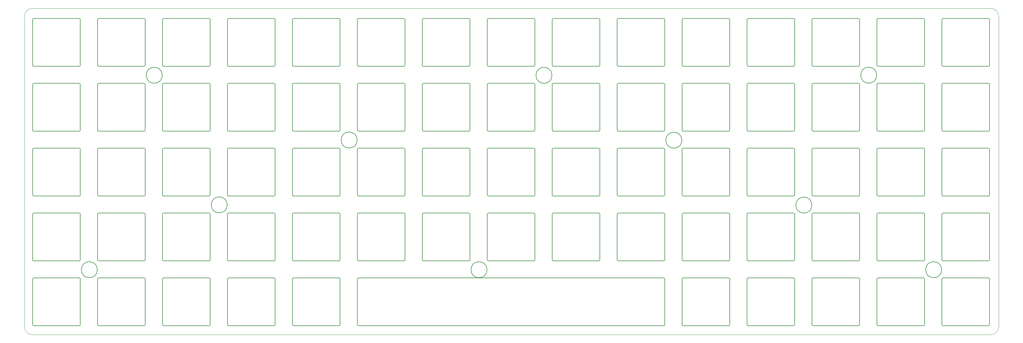
<source format=gbr>
G04 #@! TF.GenerationSoftware,KiCad,Pcbnew,(5.1.6)-1*
G04 #@! TF.CreationDate,2020-11-14T19:47:20+01:00*
G04 #@! TF.ProjectId,punk75_plate_eotw,70756e6b-3735-45f7-906c-6174655f656f,rev?*
G04 #@! TF.SameCoordinates,Original*
G04 #@! TF.FileFunction,Profile,NP*
%FSLAX46Y46*%
G04 Gerber Fmt 4.6, Leading zero omitted, Abs format (unit mm)*
G04 Created by KiCad (PCBNEW (5.1.6)-1) date 2020-11-14 19:47:20*
%MOMM*%
%LPD*%
G01*
G04 APERTURE LIST*
G04 #@! TA.AperFunction,Profile*
%ADD10C,0.200000*%
G04 #@! TD*
G04 #@! TA.AperFunction,Profile*
%ADD11C,0.050000*%
G04 #@! TD*
G04 APERTURE END LIST*
D10*
X310330000Y-192100000D02*
G75*
G03*
X310330000Y-192100000I-2350000J0D01*
G01*
D11*
X362748750Y-134298750D02*
G75*
G02*
X365130000Y-136680000I0J-2381250D01*
G01*
X79378750Y-136680000D02*
G75*
G02*
X81760000Y-134298750I2381250J0D01*
G01*
X81760000Y-134298750D02*
X362748750Y-134298750D01*
X79378750Y-136680000D02*
X79375000Y-227806250D01*
D10*
X228824163Y-170365837D02*
X215424163Y-170365837D01*
X215124163Y-156665837D02*
G75*
G02*
X215424163Y-156365837I300000J0D01*
G01*
X152624163Y-189415837D02*
X139224163Y-189415837D01*
X348774163Y-137315837D02*
X362174163Y-137315837D01*
X329424163Y-151015837D02*
X329424163Y-137615837D01*
X362474163Y-137615837D02*
X362474163Y-151015837D01*
X329724163Y-137315837D02*
X343124163Y-137315837D01*
X348774163Y-151315837D02*
G75*
G02*
X348474163Y-151015837I0J300000D01*
G01*
X229124163Y-156665837D02*
X229124163Y-170065837D01*
X348474163Y-137615837D02*
G75*
G02*
X348774163Y-137315837I300000J0D01*
G01*
X343424163Y-151015837D02*
G75*
G02*
X343124163Y-151315837I-300000J0D01*
G01*
X348474163Y-151015837D02*
X348474163Y-137615837D01*
X343424163Y-137615837D02*
X343424163Y-151015837D01*
X228824163Y-156365837D02*
G75*
G02*
X229124163Y-156665837I0J-300000D01*
G01*
X329724163Y-151315837D02*
G75*
G02*
X329424163Y-151015837I0J300000D01*
G01*
X343124163Y-151315837D02*
X329724163Y-151315837D01*
X215424163Y-170365837D02*
G75*
G02*
X215124163Y-170065837I0J300000D01*
G01*
X215124163Y-170065837D02*
X215124163Y-156665837D01*
X215424163Y-156365837D02*
X228824163Y-156365837D01*
X362174163Y-137315837D02*
G75*
G02*
X362474163Y-137615837I0J-300000D01*
G01*
X329424163Y-137615837D02*
G75*
G02*
X329724163Y-137315837I300000J0D01*
G01*
X343124163Y-137315837D02*
G75*
G02*
X343424163Y-137615837I0J-300000D01*
G01*
X229124163Y-170065837D02*
G75*
G02*
X228824163Y-170365837I-300000J0D01*
G01*
X152924163Y-227215837D02*
G75*
G02*
X152624163Y-227515837I-300000J0D01*
G01*
X171674163Y-227515837D02*
X158274163Y-227515837D01*
X120174163Y-227515837D02*
G75*
G02*
X119874163Y-227215837I0J300000D01*
G01*
X133874163Y-213815837D02*
X133874163Y-227215837D01*
X100824163Y-213815837D02*
G75*
G02*
X101124163Y-213515837I300000J0D01*
G01*
X152624163Y-227515837D02*
X139224163Y-227515837D01*
X171974163Y-227215837D02*
G75*
G02*
X171674163Y-227515837I-300000J0D01*
G01*
X138924163Y-227215837D02*
X138924163Y-213815837D01*
X139224163Y-227515837D02*
G75*
G02*
X138924163Y-227215837I0J300000D01*
G01*
X152624163Y-213515837D02*
G75*
G02*
X152924163Y-213815837I0J-300000D01*
G01*
X119874163Y-227215837D02*
X119874163Y-213815837D01*
X157974163Y-227215837D02*
X157974163Y-213815837D01*
X101124163Y-213515837D02*
X114524163Y-213515837D01*
X119874163Y-213815837D02*
G75*
G02*
X120174163Y-213515837I300000J0D01*
G01*
X152924163Y-213815837D02*
X152924163Y-227215837D01*
X120174163Y-213515837D02*
X133574163Y-213515837D01*
X157974163Y-213815837D02*
G75*
G02*
X158274163Y-213515837I300000J0D01*
G01*
X133874163Y-227215837D02*
G75*
G02*
X133574163Y-227515837I-300000J0D01*
G01*
X138924163Y-213815837D02*
G75*
G02*
X139224163Y-213515837I300000J0D01*
G01*
X101124163Y-227515837D02*
G75*
G02*
X100824163Y-227215837I0J300000D01*
G01*
X100824163Y-227215837D02*
X100824163Y-213815837D01*
X139224163Y-213515837D02*
X152624163Y-213515837D01*
X171674163Y-213515837D02*
G75*
G02*
X171974163Y-213815837I0J-300000D01*
G01*
X133574163Y-227515837D02*
X120174163Y-227515837D01*
X158274163Y-213515837D02*
X171674163Y-213515837D01*
X133574163Y-213515837D02*
G75*
G02*
X133874163Y-213815837I0J-300000D01*
G01*
X171974163Y-213815837D02*
X171974163Y-227215837D01*
X95774163Y-227215837D02*
G75*
G02*
X95474163Y-227515837I-300000J0D01*
G01*
X329424163Y-208165837D02*
X329424163Y-194765837D01*
X95474163Y-227515837D02*
X82074163Y-227515837D01*
X329724163Y-208465837D02*
G75*
G02*
X329424163Y-208165837I0J300000D01*
G01*
X348774163Y-194465837D02*
X362174163Y-194465837D01*
X81774163Y-227215837D02*
X81774163Y-213815837D01*
X343424163Y-208165837D02*
G75*
G02*
X343124163Y-208465837I-300000J0D01*
G01*
X95774163Y-213815837D02*
X95774163Y-227215837D01*
X362174163Y-194465837D02*
G75*
G02*
X362474163Y-194765837I0J-300000D01*
G01*
X362474163Y-208165837D02*
G75*
G02*
X362174163Y-208465837I-300000J0D01*
G01*
X348474163Y-208165837D02*
X348474163Y-194765837D01*
X348474163Y-194765837D02*
G75*
G02*
X348774163Y-194465837I300000J0D01*
G01*
X362474163Y-194765837D02*
X362474163Y-208165837D01*
X329724163Y-194465837D02*
X343124163Y-194465837D01*
X362174163Y-208465837D02*
X348774163Y-208465837D01*
X343424163Y-194765837D02*
X343424163Y-208165837D01*
X329424163Y-194765837D02*
G75*
G02*
X329724163Y-194465837I300000J0D01*
G01*
X343124163Y-194465837D02*
G75*
G02*
X343424163Y-194765837I0J-300000D01*
G01*
X114524163Y-213515837D02*
G75*
G02*
X114824163Y-213815837I0J-300000D01*
G01*
X114824163Y-213815837D02*
X114824163Y-227215837D01*
X114824163Y-227215837D02*
G75*
G02*
X114524163Y-227515837I-300000J0D01*
G01*
X114524163Y-227515837D02*
X101124163Y-227515837D01*
X82074163Y-227515837D02*
G75*
G02*
X81774163Y-227215837I0J300000D01*
G01*
X343124163Y-208465837D02*
X329724163Y-208465837D01*
X81774163Y-213815837D02*
G75*
G02*
X82074163Y-213515837I300000J0D01*
G01*
X82074163Y-213515837D02*
X95474163Y-213515837D01*
X95474163Y-213515837D02*
G75*
G02*
X95774163Y-213815837I0J-300000D01*
G01*
X348774163Y-208465837D02*
G75*
G02*
X348474163Y-208165837I0J300000D01*
G01*
X291324163Y-151015837D02*
X291324163Y-137615837D01*
X272274163Y-137615837D02*
G75*
G02*
X272574163Y-137315837I300000J0D01*
G01*
X291324163Y-208165837D02*
X291324163Y-194765837D01*
X305024163Y-208465837D02*
X291624163Y-208465837D01*
X291624163Y-151315837D02*
G75*
G02*
X291324163Y-151015837I0J300000D01*
G01*
X101124163Y-156365837D02*
X114524163Y-156365837D01*
X114524163Y-170365837D02*
X101124163Y-170365837D01*
X133874163Y-156665837D02*
X133874163Y-170065837D01*
X272274163Y-208165837D02*
X272274163Y-194765837D01*
X286274163Y-208165837D02*
G75*
G02*
X285974163Y-208465837I-300000J0D01*
G01*
X286274163Y-151015837D02*
G75*
G02*
X285974163Y-151315837I-300000J0D01*
G01*
X177024163Y-213815837D02*
X177024163Y-227215837D01*
X310374163Y-208165837D02*
X310374163Y-194765837D01*
X305324163Y-208165837D02*
G75*
G02*
X305024163Y-208465837I-300000J0D01*
G01*
X158274163Y-189415837D02*
G75*
G02*
X157974163Y-189115837I0J300000D01*
G01*
X310674163Y-208465837D02*
G75*
G02*
X310374163Y-208165837I0J300000D01*
G01*
X157974163Y-175715837D02*
G75*
G02*
X158274163Y-175415837I300000J0D01*
G01*
X310374163Y-194765837D02*
G75*
G02*
X310674163Y-194465837I300000J0D01*
G01*
X324074163Y-194465837D02*
G75*
G02*
X324374163Y-194765837I0J-300000D01*
G01*
X272574163Y-137315837D02*
X285974163Y-137315837D01*
X272274163Y-194765837D02*
G75*
G02*
X272574163Y-194465837I300000J0D01*
G01*
X324374163Y-194765837D02*
X324374163Y-208165837D01*
X324374163Y-208165837D02*
G75*
G02*
X324074163Y-208465837I-300000J0D01*
G01*
X324074163Y-208465837D02*
X310674163Y-208465837D01*
X272574163Y-194465837D02*
X285974163Y-194465837D01*
X286274163Y-137615837D02*
X286274163Y-151015837D01*
X272574163Y-151315837D02*
G75*
G02*
X272274163Y-151015837I0J300000D01*
G01*
X157974163Y-189115837D02*
X157974163Y-175715837D01*
X285974163Y-208465837D02*
X272574163Y-208465837D01*
X119874163Y-170065837D02*
X119874163Y-156665837D01*
X158274163Y-175415837D02*
X171674163Y-175415837D01*
X285974163Y-137315837D02*
G75*
G02*
X286274163Y-137615837I0J-300000D01*
G01*
X266924163Y-213515837D02*
X177324163Y-213515837D01*
X291624163Y-208465837D02*
G75*
G02*
X291324163Y-208165837I0J300000D01*
G01*
X114824163Y-170065837D02*
G75*
G02*
X114524163Y-170365837I-300000J0D01*
G01*
X266924163Y-213515837D02*
G75*
G02*
X267224163Y-213815837I0J-300000D01*
G01*
X285974163Y-194465837D02*
G75*
G02*
X286274163Y-194765837I0J-300000D01*
G01*
X101124163Y-170365837D02*
G75*
G02*
X100824163Y-170065837I0J300000D01*
G01*
X291324163Y-194765837D02*
G75*
G02*
X291624163Y-194465837I300000J0D01*
G01*
X133574163Y-170365837D02*
X120174163Y-170365837D01*
X305324163Y-194765837D02*
X305324163Y-208165837D01*
X120174163Y-170365837D02*
G75*
G02*
X119874163Y-170065837I0J300000D01*
G01*
X286274163Y-194765837D02*
X286274163Y-208165837D01*
X100824163Y-170065837D02*
X100824163Y-156665837D01*
X305024163Y-194465837D02*
G75*
G02*
X305324163Y-194765837I0J-300000D01*
G01*
X291624163Y-137315837D02*
X305024163Y-137315837D01*
X119874163Y-156665837D02*
G75*
G02*
X120174163Y-156365837I300000J0D01*
G01*
X305324163Y-137615837D02*
X305324163Y-151015837D01*
X305024163Y-137315837D02*
G75*
G02*
X305324163Y-137615837I0J-300000D01*
G01*
X120174163Y-156365837D02*
X133574163Y-156365837D01*
X133574163Y-156365837D02*
G75*
G02*
X133874163Y-156665837I0J-300000D01*
G01*
X133874163Y-170065837D02*
G75*
G02*
X133574163Y-170365837I-300000J0D01*
G01*
X285974163Y-151315837D02*
X272574163Y-151315837D01*
X177024163Y-213815837D02*
G75*
G02*
X177324163Y-213515837I300000J0D01*
G01*
X177324163Y-227515837D02*
G75*
G02*
X177024163Y-227215837I0J300000D01*
G01*
X291324163Y-137615837D02*
G75*
G02*
X291624163Y-137315837I300000J0D01*
G01*
X291624163Y-194465837D02*
X305024163Y-194465837D01*
X114524163Y-156365837D02*
G75*
G02*
X114824163Y-156665837I0J-300000D01*
G01*
X310674163Y-194465837D02*
X324074163Y-194465837D01*
X272574163Y-208465837D02*
G75*
G02*
X272274163Y-208165837I0J300000D01*
G01*
X100824163Y-156665837D02*
G75*
G02*
X101124163Y-156365837I300000J0D01*
G01*
X267224163Y-227215837D02*
X267224163Y-213815837D01*
X114824163Y-156665837D02*
X114824163Y-170065837D01*
X272274163Y-151015837D02*
X272274163Y-137615837D01*
X133874163Y-151015837D02*
G75*
G02*
X133574163Y-151315837I-300000J0D01*
G01*
X101124163Y-189415837D02*
G75*
G02*
X100824163Y-189115837I0J300000D01*
G01*
X266924163Y-170365837D02*
X253524163Y-170365837D01*
X253224163Y-156665837D02*
G75*
G02*
X253524163Y-156365837I300000J0D01*
G01*
X253524163Y-170365837D02*
G75*
G02*
X253224163Y-170065837I0J300000D01*
G01*
X114824163Y-175715837D02*
X114824163Y-189115837D01*
X253224163Y-170065837D02*
X253224163Y-156665837D01*
X267224163Y-156665837D02*
X267224163Y-170065837D01*
X253524163Y-156365837D02*
X266924163Y-156365837D01*
X266924163Y-156365837D02*
G75*
G02*
X267224163Y-156665837I0J-300000D01*
G01*
X100824163Y-175715837D02*
G75*
G02*
X101124163Y-175415837I300000J0D01*
G01*
X267224163Y-170065837D02*
G75*
G02*
X266924163Y-170365837I-300000J0D01*
G01*
X114524163Y-175415837D02*
G75*
G02*
X114824163Y-175715837I0J-300000D01*
G01*
X100824163Y-189115837D02*
X100824163Y-175715837D01*
X101124163Y-175415837D02*
X114524163Y-175415837D01*
X119874163Y-151015837D02*
X119874163Y-137615837D01*
X119874163Y-137615837D02*
G75*
G02*
X120174163Y-137315837I300000J0D01*
G01*
X114524163Y-189415837D02*
X101124163Y-189415837D01*
X120174163Y-137315837D02*
X133574163Y-137315837D01*
X114824163Y-189115837D02*
G75*
G02*
X114524163Y-189415837I-300000J0D01*
G01*
X133574163Y-137315837D02*
G75*
G02*
X133874163Y-137615837I0J-300000D01*
G01*
X133874163Y-137615837D02*
X133874163Y-151015837D01*
X133574163Y-151315837D02*
X120174163Y-151315837D01*
X82074163Y-175415837D02*
X95474163Y-175415837D01*
X177024163Y-137615837D02*
G75*
G02*
X177324163Y-137315837I300000J0D01*
G01*
X95474163Y-189415837D02*
X82074163Y-189415837D01*
X362474163Y-156665837D02*
X362474163Y-170065837D01*
X152624163Y-156365837D02*
G75*
G02*
X152924163Y-156665837I0J-300000D01*
G01*
X81774163Y-170065837D02*
X81774163Y-156665837D01*
X81774163Y-156665837D02*
G75*
G02*
X82074163Y-156365837I300000J0D01*
G01*
X191024163Y-151015837D02*
G75*
G02*
X190724163Y-151315837I-300000J0D01*
G01*
X82074163Y-156365837D02*
X95474163Y-156365837D01*
X139224163Y-170365837D02*
G75*
G02*
X138924163Y-170065837I0J300000D01*
G01*
X158274163Y-151315837D02*
G75*
G02*
X157974163Y-151015837I0J300000D01*
G01*
X157974163Y-137615837D02*
G75*
G02*
X158274163Y-137315837I300000J0D01*
G01*
X138924163Y-170065837D02*
X138924163Y-156665837D01*
X138924163Y-156665837D02*
G75*
G02*
X139224163Y-156365837I300000J0D01*
G01*
X177324163Y-137315837D02*
X190724163Y-137315837D01*
X152924163Y-156665837D02*
X152924163Y-170065837D01*
X152924163Y-170065837D02*
G75*
G02*
X152624163Y-170365837I-300000J0D01*
G01*
X177324163Y-151315837D02*
G75*
G02*
X177024163Y-151015837I0J300000D01*
G01*
X191024163Y-137615837D02*
X191024163Y-151015837D01*
X157974163Y-151015837D02*
X157974163Y-137615837D01*
X348474163Y-170065837D02*
X348474163Y-156665837D01*
X158274163Y-137315837D02*
X171674163Y-137315837D01*
X190724163Y-137315837D02*
G75*
G02*
X191024163Y-137615837I0J-300000D01*
G01*
X95774163Y-189115837D02*
G75*
G02*
X95474163Y-189415837I-300000J0D01*
G01*
X139224163Y-156365837D02*
X152624163Y-156365837D01*
X171974163Y-137615837D02*
X171974163Y-151015837D01*
X362174163Y-170365837D02*
X348774163Y-170365837D01*
X348774163Y-170365837D02*
G75*
G02*
X348474163Y-170065837I0J300000D01*
G01*
X152624163Y-170365837D02*
X139224163Y-170365837D01*
X248174163Y-151015837D02*
G75*
G02*
X247874163Y-151315837I-300000J0D01*
G01*
X247874163Y-151315837D02*
X234474163Y-151315837D01*
X82074163Y-170365837D02*
G75*
G02*
X81774163Y-170065837I0J300000D01*
G01*
X95474163Y-156365837D02*
G75*
G02*
X95774163Y-156665837I0J-300000D01*
G01*
X95474163Y-175415837D02*
G75*
G02*
X95774163Y-175715837I0J-300000D01*
G01*
X348474163Y-156665837D02*
G75*
G02*
X348774163Y-156365837I300000J0D01*
G01*
X362174163Y-156365837D02*
G75*
G02*
X362474163Y-156665837I0J-300000D01*
G01*
X348774163Y-156365837D02*
X362174163Y-156365837D01*
X362474163Y-170065837D02*
G75*
G02*
X362174163Y-170365837I-300000J0D01*
G01*
X190724163Y-151315837D02*
X177324163Y-151315837D01*
X95774163Y-156665837D02*
X95774163Y-170065837D01*
X81774163Y-175715837D02*
G75*
G02*
X82074163Y-175415837I300000J0D01*
G01*
X95774163Y-170065837D02*
G75*
G02*
X95474163Y-170365837I-300000J0D01*
G01*
X95474163Y-170365837D02*
X82074163Y-170365837D01*
X95774163Y-175715837D02*
X95774163Y-189115837D01*
X171674163Y-137315837D02*
G75*
G02*
X171974163Y-137615837I0J-300000D01*
G01*
X177024163Y-151015837D02*
X177024163Y-137615837D01*
X253224163Y-194765837D02*
G75*
G02*
X253524163Y-194465837I300000J0D01*
G01*
X234474163Y-194465837D02*
X247874163Y-194465837D01*
X253524163Y-194465837D02*
X266924163Y-194465837D01*
X266924163Y-194465837D02*
G75*
G02*
X267224163Y-194765837I0J-300000D01*
G01*
X228824163Y-194465837D02*
G75*
G02*
X229124163Y-194765837I0J-300000D01*
G01*
X177324163Y-208465837D02*
G75*
G02*
X177024163Y-208165837I0J300000D01*
G01*
X267224163Y-194765837D02*
X267224163Y-208165837D01*
X228824163Y-208465837D02*
X215424163Y-208465837D01*
X234174163Y-194765837D02*
G75*
G02*
X234474163Y-194465837I300000J0D01*
G01*
X229124163Y-208165837D02*
G75*
G02*
X228824163Y-208465837I-300000J0D01*
G01*
X196074163Y-208165837D02*
X196074163Y-194765837D01*
X196374163Y-194465837D02*
X209774163Y-194465837D01*
X215424163Y-194465837D02*
X228824163Y-194465837D01*
X266924163Y-208465837D02*
X253524163Y-208465837D01*
X248174163Y-194765837D02*
X248174163Y-208165837D01*
X191024163Y-194765837D02*
X191024163Y-208165837D01*
X196074163Y-194765837D02*
G75*
G02*
X196374163Y-194465837I300000J0D01*
G01*
X209774163Y-194465837D02*
G75*
G02*
X210074163Y-194765837I0J-300000D01*
G01*
X248174163Y-208165837D02*
G75*
G02*
X247874163Y-208465837I-300000J0D01*
G01*
X234474163Y-208465837D02*
G75*
G02*
X234174163Y-208165837I0J300000D01*
G01*
X210074163Y-208165837D02*
G75*
G02*
X209774163Y-208465837I-300000J0D01*
G01*
X229124163Y-194765837D02*
X229124163Y-208165837D01*
X210074163Y-194765837D02*
X210074163Y-208165837D01*
X190724163Y-194465837D02*
G75*
G02*
X191024163Y-194765837I0J-300000D01*
G01*
X177324163Y-156365837D02*
X190724163Y-156365837D01*
X177024163Y-170065837D02*
X177024163Y-156665837D01*
X215124163Y-208165837D02*
X215124163Y-194765837D01*
X171974163Y-151015837D02*
G75*
G02*
X171674163Y-151315837I-300000J0D01*
G01*
X171674163Y-151315837D02*
X158274163Y-151315837D01*
X177324163Y-170365837D02*
G75*
G02*
X177024163Y-170065837I0J300000D01*
G01*
X177024163Y-156665837D02*
G75*
G02*
X177324163Y-156365837I300000J0D01*
G01*
X215124163Y-194765837D02*
G75*
G02*
X215424163Y-194465837I300000J0D01*
G01*
X267224163Y-208165837D02*
G75*
G02*
X266924163Y-208465837I-300000J0D01*
G01*
X234174163Y-208165837D02*
X234174163Y-194765837D01*
X247874163Y-194465837D02*
G75*
G02*
X248174163Y-194765837I0J-300000D01*
G01*
X177024163Y-208165837D02*
X177024163Y-194765837D01*
X177324163Y-194465837D02*
X190724163Y-194465837D01*
X247874163Y-208465837D02*
X234474163Y-208465837D01*
X215424163Y-208465837D02*
G75*
G02*
X215124163Y-208165837I0J300000D01*
G01*
X191024163Y-208165837D02*
G75*
G02*
X190724163Y-208465837I-300000J0D01*
G01*
X253524163Y-208465837D02*
G75*
G02*
X253224163Y-208165837I0J300000D01*
G01*
X253224163Y-208165837D02*
X253224163Y-194765837D01*
X196374163Y-208465837D02*
G75*
G02*
X196074163Y-208165837I0J300000D01*
G01*
X209774163Y-208465837D02*
X196374163Y-208465837D01*
X177024163Y-194765837D02*
G75*
G02*
X177324163Y-194465837I300000J0D01*
G01*
X190724163Y-208465837D02*
X177324163Y-208465837D01*
X348474163Y-175715837D02*
G75*
G02*
X348774163Y-175415837I300000J0D01*
G01*
X133874163Y-194765837D02*
X133874163Y-208165837D01*
X114824163Y-194765837D02*
X114824163Y-208165837D01*
X152924163Y-194765837D02*
X152924163Y-208165837D01*
X152924163Y-208165837D02*
G75*
G02*
X152624163Y-208465837I-300000J0D01*
G01*
X101124163Y-194465837D02*
X114524163Y-194465837D01*
X82074163Y-194465837D02*
X95474163Y-194465837D01*
X152624163Y-194465837D02*
G75*
G02*
X152924163Y-194765837I0J-300000D01*
G01*
X101124163Y-208465837D02*
G75*
G02*
X100824163Y-208165837I0J300000D01*
G01*
X81774163Y-194765837D02*
G75*
G02*
X82074163Y-194465837I300000J0D01*
G01*
X95474163Y-208465837D02*
X82074163Y-208465837D01*
X152624163Y-208465837D02*
X139224163Y-208465837D01*
X95774163Y-194765837D02*
X95774163Y-208165837D01*
X119874163Y-194765837D02*
G75*
G02*
X120174163Y-194465837I300000J0D01*
G01*
X138924163Y-194765837D02*
G75*
G02*
X139224163Y-194465837I300000J0D01*
G01*
X119874163Y-208165837D02*
X119874163Y-194765837D01*
X171674163Y-208465837D02*
X158274163Y-208465837D01*
X362174163Y-175415837D02*
G75*
G02*
X362474163Y-175715837I0J-300000D01*
G01*
X158274163Y-208465837D02*
G75*
G02*
X157974163Y-208165837I0J300000D01*
G01*
X157974163Y-208165837D02*
X157974163Y-194765837D01*
X157974163Y-194765837D02*
G75*
G02*
X158274163Y-194465837I300000J0D01*
G01*
X158274163Y-194465837D02*
X171674163Y-194465837D01*
X171674163Y-194465837D02*
G75*
G02*
X171974163Y-194765837I0J-300000D01*
G01*
X348774163Y-175415837D02*
X362174163Y-175415837D01*
X171974163Y-194765837D02*
X171974163Y-208165837D01*
X171974163Y-208165837D02*
G75*
G02*
X171674163Y-208465837I-300000J0D01*
G01*
X139224163Y-194465837D02*
X152624163Y-194465837D01*
X120174163Y-208465837D02*
G75*
G02*
X119874163Y-208165837I0J300000D01*
G01*
X133874163Y-208165837D02*
G75*
G02*
X133574163Y-208465837I-300000J0D01*
G01*
X114824163Y-208165837D02*
G75*
G02*
X114524163Y-208465837I-300000J0D01*
G01*
X120174163Y-194465837D02*
X133574163Y-194465837D01*
X114524163Y-194465837D02*
G75*
G02*
X114824163Y-194765837I0J-300000D01*
G01*
X133574163Y-194465837D02*
G75*
G02*
X133874163Y-194765837I0J-300000D01*
G01*
X348474163Y-189115837D02*
X348474163Y-175715837D01*
X81774163Y-208165837D02*
X81774163Y-194765837D01*
X133574163Y-208465837D02*
X120174163Y-208465837D01*
X100824163Y-208165837D02*
X100824163Y-194765837D01*
X114524163Y-208465837D02*
X101124163Y-208465837D01*
X82074163Y-208465837D02*
G75*
G02*
X81774163Y-208165837I0J300000D01*
G01*
X348774163Y-189415837D02*
G75*
G02*
X348474163Y-189115837I0J300000D01*
G01*
X362474163Y-175715837D02*
X362474163Y-189115837D01*
X100824163Y-194765837D02*
G75*
G02*
X101124163Y-194465837I300000J0D01*
G01*
X95774163Y-208165837D02*
G75*
G02*
X95474163Y-208465837I-300000J0D01*
G01*
X139224163Y-208465837D02*
G75*
G02*
X138924163Y-208165837I0J300000D01*
G01*
X138924163Y-208165837D02*
X138924163Y-194765837D01*
X95474163Y-194465837D02*
G75*
G02*
X95774163Y-194765837I0J-300000D01*
G01*
X329724163Y-189415837D02*
G75*
G02*
X329424163Y-189115837I0J300000D01*
G01*
X310374163Y-189115837D02*
X310374163Y-175715837D01*
X329424163Y-175715837D02*
G75*
G02*
X329724163Y-175415837I300000J0D01*
G01*
X329724163Y-175415837D02*
X343124163Y-175415837D01*
X343124163Y-175415837D02*
G75*
G02*
X343424163Y-175715837I0J-300000D01*
G01*
X343424163Y-175715837D02*
X343424163Y-189115837D01*
X310374163Y-175715837D02*
G75*
G02*
X310674163Y-175415837I300000J0D01*
G01*
X310674163Y-175415837D02*
X324074163Y-175415837D01*
X324074163Y-175415837D02*
G75*
G02*
X324374163Y-175715837I0J-300000D01*
G01*
X324374163Y-189115837D02*
G75*
G02*
X324074163Y-189415837I-300000J0D01*
G01*
X291324163Y-189115837D02*
X291324163Y-175715837D01*
X291624163Y-189415837D02*
G75*
G02*
X291324163Y-189115837I0J300000D01*
G01*
X305024163Y-175415837D02*
G75*
G02*
X305324163Y-175715837I0J-300000D01*
G01*
X291324163Y-175715837D02*
G75*
G02*
X291624163Y-175415837I300000J0D01*
G01*
X310674163Y-189415837D02*
G75*
G02*
X310374163Y-189115837I0J300000D01*
G01*
X291624163Y-175415837D02*
X305024163Y-175415837D01*
X362474163Y-189115837D02*
G75*
G02*
X362174163Y-189415837I-300000J0D01*
G01*
X343424163Y-189115837D02*
G75*
G02*
X343124163Y-189415837I-300000J0D01*
G01*
X343124163Y-189415837D02*
X329724163Y-189415837D01*
X324374163Y-175715837D02*
X324374163Y-189115837D01*
X324074163Y-189415837D02*
X310674163Y-189415837D01*
X362174163Y-189415837D02*
X348774163Y-189415837D01*
X329424163Y-189115837D02*
X329424163Y-175715837D01*
X272574163Y-189415837D02*
G75*
G02*
X272274163Y-189115837I0J300000D01*
G01*
X272274163Y-189115837D02*
X272274163Y-175715837D01*
X272274163Y-175715837D02*
G75*
G02*
X272574163Y-175415837I300000J0D01*
G01*
X272574163Y-175415837D02*
X285974163Y-175415837D01*
X286274163Y-175715837D02*
X286274163Y-189115837D01*
X253524163Y-175415837D02*
X266924163Y-175415837D01*
X253524163Y-189415837D02*
G75*
G02*
X253224163Y-189115837I0J300000D01*
G01*
X285974163Y-175415837D02*
G75*
G02*
X286274163Y-175715837I0J-300000D01*
G01*
X267224163Y-175715837D02*
X267224163Y-189115837D01*
X234474163Y-175415837D02*
X247874163Y-175415837D01*
X234174163Y-175715837D02*
G75*
G02*
X234474163Y-175415837I300000J0D01*
G01*
X286274163Y-189115837D02*
G75*
G02*
X285974163Y-189415837I-300000J0D01*
G01*
X285974163Y-189415837D02*
X272574163Y-189415837D01*
X234474163Y-189415837D02*
G75*
G02*
X234174163Y-189115837I0J300000D01*
G01*
X266924163Y-175415837D02*
G75*
G02*
X267224163Y-175715837I0J-300000D01*
G01*
X234174163Y-189115837D02*
X234174163Y-175715837D01*
X266924163Y-189415837D02*
X253524163Y-189415837D01*
X305324163Y-175715837D02*
X305324163Y-189115837D01*
X253224163Y-189115837D02*
X253224163Y-175715837D01*
X305324163Y-189115837D02*
G75*
G02*
X305024163Y-189415837I-300000J0D01*
G01*
X267224163Y-189115837D02*
G75*
G02*
X266924163Y-189415837I-300000J0D01*
G01*
X305024163Y-189415837D02*
X291624163Y-189415837D01*
X253224163Y-175715837D02*
G75*
G02*
X253524163Y-175415837I300000J0D01*
G01*
X248174163Y-156665837D02*
X248174163Y-170065837D01*
X139224163Y-137315837D02*
X152624163Y-137315837D01*
X247874163Y-170365837D02*
X234474163Y-170365837D01*
X152624163Y-175415837D02*
G75*
G02*
X152924163Y-175715837I0J-300000D01*
G01*
X247874163Y-156365837D02*
G75*
G02*
X248174163Y-156665837I0J-300000D01*
G01*
X152924163Y-151015837D02*
G75*
G02*
X152624163Y-151315837I-300000J0D01*
G01*
X139224163Y-151315837D02*
G75*
G02*
X138924163Y-151015837I0J300000D01*
G01*
X139224163Y-189415837D02*
G75*
G02*
X138924163Y-189115837I0J300000D01*
G01*
X138924163Y-151015837D02*
X138924163Y-137615837D01*
X234474163Y-156365837D02*
X247874163Y-156365837D01*
X138924163Y-189115837D02*
X138924163Y-175715837D01*
X152924163Y-175715837D02*
X152924163Y-189115837D01*
X138924163Y-175715837D02*
G75*
G02*
X139224163Y-175415837I300000J0D01*
G01*
X152924163Y-189115837D02*
G75*
G02*
X152624163Y-189415837I-300000J0D01*
G01*
X234174163Y-156665837D02*
G75*
G02*
X234474163Y-156365837I300000J0D01*
G01*
X139224163Y-175415837D02*
X152624163Y-175415837D01*
X138924163Y-137615837D02*
G75*
G02*
X139224163Y-137315837I300000J0D01*
G01*
X152924163Y-137615837D02*
X152924163Y-151015837D01*
X234474163Y-170365837D02*
G75*
G02*
X234174163Y-170065837I0J300000D01*
G01*
X234174163Y-170065837D02*
X234174163Y-156665837D01*
X152624163Y-137315837D02*
G75*
G02*
X152924163Y-137615837I0J-300000D01*
G01*
X152624163Y-151315837D02*
X139224163Y-151315837D01*
X248174163Y-170065837D02*
G75*
G02*
X247874163Y-170365837I-300000J0D01*
G01*
X209774163Y-170365837D02*
X196374163Y-170365837D01*
X209774163Y-151315837D02*
X196374163Y-151315837D01*
X196374163Y-151315837D02*
G75*
G02*
X196074163Y-151015837I0J300000D01*
G01*
X196074163Y-170065837D02*
X196074163Y-156665837D01*
X196074163Y-151015837D02*
X196074163Y-137615837D01*
X210074163Y-170065837D02*
G75*
G02*
X209774163Y-170365837I-300000J0D01*
G01*
X196374163Y-170365837D02*
G75*
G02*
X196074163Y-170065837I0J300000D01*
G01*
X210074163Y-137615837D02*
X210074163Y-151015837D01*
X329424163Y-156665837D02*
G75*
G02*
X329724163Y-156365837I300000J0D01*
G01*
X196074163Y-156665837D02*
G75*
G02*
X196374163Y-156365837I300000J0D01*
G01*
X120174163Y-151315837D02*
G75*
G02*
X119874163Y-151015837I0J300000D01*
G01*
X196374163Y-156365837D02*
X209774163Y-156365837D01*
X196374163Y-137315837D02*
X209774163Y-137315837D01*
X209774163Y-137315837D02*
G75*
G02*
X210074163Y-137615837I0J-300000D01*
G01*
X329724163Y-156365837D02*
X343124163Y-156365837D01*
X209774163Y-156365837D02*
G75*
G02*
X210074163Y-156665837I0J-300000D01*
G01*
X196074163Y-137615837D02*
G75*
G02*
X196374163Y-137315837I300000J0D01*
G01*
X343124163Y-156365837D02*
G75*
G02*
X343424163Y-156665837I0J-300000D01*
G01*
X343424163Y-156665837D02*
X343424163Y-170065837D01*
X210074163Y-151015837D02*
G75*
G02*
X209774163Y-151315837I-300000J0D01*
G01*
X343424163Y-170065837D02*
G75*
G02*
X343124163Y-170365837I-300000J0D01*
G01*
X343124163Y-170365837D02*
X329724163Y-170365837D01*
X210074163Y-156665837D02*
X210074163Y-170065837D01*
X210074163Y-189115837D02*
G75*
G02*
X209774163Y-189415837I-300000J0D01*
G01*
X228824163Y-189415837D02*
X215424163Y-189415837D01*
X210074163Y-175715837D02*
X210074163Y-189115837D01*
X196074163Y-175715837D02*
G75*
G02*
X196374163Y-175415837I300000J0D01*
G01*
X209774163Y-189415837D02*
X196374163Y-189415837D01*
X196374163Y-175415837D02*
X209774163Y-175415837D01*
X177324163Y-189415837D02*
G75*
G02*
X177024163Y-189115837I0J300000D01*
G01*
X247874163Y-175415837D02*
G75*
G02*
X248174163Y-175715837I0J-300000D01*
G01*
X248174163Y-175715837D02*
X248174163Y-189115837D01*
X177024163Y-189115837D02*
X177024163Y-175715837D01*
X196374163Y-189415837D02*
G75*
G02*
X196074163Y-189115837I0J300000D01*
G01*
X248174163Y-189115837D02*
G75*
G02*
X247874163Y-189415837I-300000J0D01*
G01*
X215124163Y-175715837D02*
G75*
G02*
X215424163Y-175415837I300000J0D01*
G01*
X247874163Y-189415837D02*
X234474163Y-189415837D01*
X215424163Y-189415837D02*
G75*
G02*
X215124163Y-189115837I0J300000D01*
G01*
X196074163Y-189115837D02*
X196074163Y-175715837D01*
X215124163Y-189115837D02*
X215124163Y-175715837D01*
X215424163Y-175415837D02*
X228824163Y-175415837D01*
X228824163Y-175415837D02*
G75*
G02*
X229124163Y-175715837I0J-300000D01*
G01*
X229124163Y-175715837D02*
X229124163Y-189115837D01*
X229124163Y-189115837D02*
G75*
G02*
X228824163Y-189415837I-300000J0D01*
G01*
X209774163Y-175415837D02*
G75*
G02*
X210074163Y-175715837I0J-300000D01*
G01*
X177024163Y-175715837D02*
G75*
G02*
X177324163Y-175415837I300000J0D01*
G01*
X171674163Y-175415837D02*
G75*
G02*
X171974163Y-175715837I0J-300000D01*
G01*
X158274163Y-156365837D02*
X171674163Y-156365837D01*
X324374163Y-156665837D02*
X324374163Y-170065837D01*
X324074163Y-170365837D02*
X310674163Y-170365837D01*
X291624163Y-170365837D02*
G75*
G02*
X291324163Y-170065837I0J300000D01*
G01*
X305324163Y-170065837D02*
G75*
G02*
X305024163Y-170365837I-300000J0D01*
G01*
X81774163Y-189115837D02*
X81774163Y-175715837D01*
X171974163Y-175715837D02*
X171974163Y-189115837D01*
X171674163Y-189415837D02*
X158274163Y-189415837D01*
X82074163Y-189415837D02*
G75*
G02*
X81774163Y-189115837I0J300000D01*
G01*
X305324163Y-156665837D02*
X305324163Y-170065837D01*
X171974163Y-189115837D02*
G75*
G02*
X171674163Y-189415837I-300000J0D01*
G01*
X158274163Y-170365837D02*
G75*
G02*
X157974163Y-170065837I0J300000D01*
G01*
X305024163Y-170365837D02*
X291624163Y-170365837D01*
X157974163Y-156665837D02*
G75*
G02*
X158274163Y-156365837I300000J0D01*
G01*
X157974163Y-170065837D02*
X157974163Y-156665837D01*
X305324163Y-151015837D02*
G75*
G02*
X305024163Y-151315837I-300000J0D01*
G01*
X310674163Y-170365837D02*
G75*
G02*
X310374163Y-170065837I0J300000D01*
G01*
X291624163Y-156365837D02*
X305024163Y-156365837D01*
X305024163Y-151315837D02*
X291624163Y-151315837D01*
X310674163Y-156365837D02*
X324074163Y-156365837D01*
X305024163Y-156365837D02*
G75*
G02*
X305324163Y-156665837I0J-300000D01*
G01*
X310374163Y-170065837D02*
X310374163Y-156665837D01*
X310374163Y-156665837D02*
G75*
G02*
X310674163Y-156365837I300000J0D01*
G01*
X324374163Y-170065837D02*
G75*
G02*
X324074163Y-170365837I-300000J0D01*
G01*
X291324163Y-170065837D02*
X291324163Y-156665837D01*
X291324163Y-156665837D02*
G75*
G02*
X291624163Y-156365837I300000J0D01*
G01*
X324074163Y-156365837D02*
G75*
G02*
X324374163Y-156665837I0J-300000D01*
G01*
X310374163Y-227215837D02*
X310374163Y-213815837D01*
X133874163Y-189115837D02*
G75*
G02*
X133574163Y-189415837I-300000J0D01*
G01*
X267224163Y-227215837D02*
G75*
G02*
X266924163Y-227515837I-300000J0D01*
G01*
X114524163Y-137315837D02*
G75*
G02*
X114824163Y-137615837I0J-300000D01*
G01*
X362174163Y-213515837D02*
G75*
G02*
X362474163Y-213815837I0J-300000D01*
G01*
X190724163Y-156365837D02*
G75*
G02*
X191024163Y-156665837I0J-300000D01*
G01*
X191024163Y-156665837D02*
X191024163Y-170065837D01*
X324374163Y-213815837D02*
X324374163Y-227215837D01*
X324374163Y-227215837D02*
G75*
G02*
X324074163Y-227515837I-300000J0D01*
G01*
X348474163Y-213815837D02*
G75*
G02*
X348774163Y-213515837I300000J0D01*
G01*
X329424163Y-213815837D02*
G75*
G02*
X329724163Y-213515837I300000J0D01*
G01*
X114524163Y-151315837D02*
X101124163Y-151315837D01*
X329424163Y-227215837D02*
X329424163Y-213815837D01*
X343424163Y-227215837D02*
G75*
G02*
X343124163Y-227515837I-300000J0D01*
G01*
X291324163Y-213815837D02*
G75*
G02*
X291624163Y-213515837I300000J0D01*
G01*
X343124163Y-213515837D02*
G75*
G02*
X343424163Y-213815837I0J-300000D01*
G01*
X305024163Y-213515837D02*
G75*
G02*
X305324163Y-213815837I0J-300000D01*
G01*
X191024163Y-170065837D02*
G75*
G02*
X190724163Y-170365837I-300000J0D01*
G01*
X253224163Y-151015837D02*
X253224163Y-137615837D01*
X100824163Y-151015837D02*
X100824163Y-137615837D01*
X133874163Y-175715837D02*
X133874163Y-189115837D01*
X133574163Y-189415837D02*
X120174163Y-189415837D01*
X101124163Y-151315837D02*
G75*
G02*
X100824163Y-151015837I0J300000D01*
G01*
X266924163Y-137315837D02*
G75*
G02*
X267224163Y-137615837I0J-300000D01*
G01*
X310674163Y-213515837D02*
X324074163Y-213515837D01*
X119874163Y-189115837D02*
X119874163Y-175715837D01*
X171674163Y-156365837D02*
G75*
G02*
X171974163Y-156665837I0J-300000D01*
G01*
X171974163Y-156665837D02*
X171974163Y-170065837D01*
X266924163Y-151315837D02*
X253524163Y-151315837D01*
X171974163Y-170065837D02*
G75*
G02*
X171674163Y-170365837I-300000J0D01*
G01*
X171674163Y-170365837D02*
X158274163Y-170365837D01*
X253524163Y-151315837D02*
G75*
G02*
X253224163Y-151015837I0J300000D01*
G01*
X310374163Y-213815837D02*
G75*
G02*
X310674163Y-213515837I300000J0D01*
G01*
X253224163Y-137615837D02*
G75*
G02*
X253524163Y-137315837I300000J0D01*
G01*
X253524163Y-137315837D02*
X266924163Y-137315837D01*
X267224163Y-137615837D02*
X267224163Y-151015837D01*
X120174163Y-189415837D02*
G75*
G02*
X119874163Y-189115837I0J300000D01*
G01*
X133574163Y-175415837D02*
G75*
G02*
X133874163Y-175715837I0J-300000D01*
G01*
X291624163Y-213515837D02*
X305024163Y-213515837D01*
X114824163Y-137615837D02*
X114824163Y-151015837D01*
X291624163Y-227515837D02*
G75*
G02*
X291324163Y-227215837I0J300000D01*
G01*
X177324163Y-227515837D02*
X266924163Y-227515837D01*
X362474163Y-213815837D02*
X362474163Y-227215837D01*
X101124163Y-137315837D02*
X114524163Y-137315837D01*
X348774163Y-213515837D02*
X362174163Y-213515837D01*
X310674163Y-227515837D02*
G75*
G02*
X310374163Y-227215837I0J300000D01*
G01*
X324074163Y-227515837D02*
X310674163Y-227515837D01*
X190724163Y-170365837D02*
X177324163Y-170365837D01*
X100824163Y-137615837D02*
G75*
G02*
X101124163Y-137315837I300000J0D01*
G01*
X329724163Y-227515837D02*
G75*
G02*
X329424163Y-227215837I0J300000D01*
G01*
X291324163Y-227215837D02*
X291324163Y-213815837D01*
X114824163Y-151015837D02*
G75*
G02*
X114524163Y-151315837I-300000J0D01*
G01*
X305324163Y-213815837D02*
X305324163Y-227215837D01*
X362474163Y-227215837D02*
G75*
G02*
X362174163Y-227515837I-300000J0D01*
G01*
X362174163Y-227515837D02*
X348774163Y-227515837D01*
X343124163Y-227515837D02*
X329724163Y-227515837D01*
X324074163Y-213515837D02*
G75*
G02*
X324374163Y-213815837I0J-300000D01*
G01*
X348774163Y-227515837D02*
G75*
G02*
X348474163Y-227215837I0J300000D01*
G01*
X348474163Y-227215837D02*
X348474163Y-213815837D01*
X343424163Y-213815837D02*
X343424163Y-227215837D01*
X267224163Y-151015837D02*
G75*
G02*
X266924163Y-151315837I-300000J0D01*
G01*
X119874163Y-175715837D02*
G75*
G02*
X120174163Y-175415837I300000J0D01*
G01*
X329724163Y-213515837D02*
X343124163Y-213515837D01*
X120174163Y-175415837D02*
X133574163Y-175415837D01*
X272574163Y-213515837D02*
X285974163Y-213515837D01*
X119806250Y-153956251D02*
G75*
G03*
X119806250Y-153956251I-2350000J0D01*
G01*
X234106250Y-153997251D02*
G75*
G03*
X234106250Y-153997251I-2350000J0D01*
G01*
X286274163Y-156665837D02*
X286274163Y-170065837D01*
X272574163Y-170365837D02*
G75*
G02*
X272274163Y-170065837I0J300000D01*
G01*
X234474163Y-151315837D02*
G75*
G02*
X234174163Y-151015837I0J300000D01*
G01*
X348406250Y-211083751D02*
G75*
G03*
X348406250Y-211083751I-2350000J0D01*
G01*
X176956250Y-172983751D02*
G75*
G03*
X176956250Y-172983751I-2350000J0D01*
G01*
X272274163Y-170065837D02*
X272274163Y-156665837D01*
X272574163Y-156365837D02*
X285974163Y-156365837D01*
X234474163Y-137315837D02*
X247874163Y-137315837D01*
X248174163Y-137615837D02*
X248174163Y-151015837D01*
X286274163Y-213815837D02*
X286274163Y-227215837D01*
X285974163Y-227515837D02*
X272574163Y-227515837D01*
X158274163Y-227515837D02*
G75*
G02*
X157974163Y-227215837I0J300000D01*
G01*
X138856250Y-192033751D02*
G75*
G03*
X138856250Y-192033751I-2350000J0D01*
G01*
X272274163Y-156665837D02*
G75*
G02*
X272574163Y-156365837I300000J0D01*
G01*
X285974163Y-156365837D02*
G75*
G02*
X286274163Y-156665837I0J-300000D01*
G01*
X329356250Y-153946251D02*
G75*
G03*
X329356250Y-153946251I-2350000J0D01*
G01*
X234174163Y-151015837D02*
X234174163Y-137615837D01*
X100756250Y-211083751D02*
G75*
G03*
X100756250Y-211083751I-2350000J0D01*
G01*
X272206250Y-173047251D02*
G75*
G03*
X272206250Y-173047251I-2350000J0D01*
G01*
X215056250Y-211083751D02*
G75*
G03*
X215056250Y-211083751I-2350000J0D01*
G01*
X285974163Y-170365837D02*
X272574163Y-170365837D01*
X305324163Y-227215837D02*
G75*
G02*
X305024163Y-227515837I-300000J0D01*
G01*
X285974163Y-213515837D02*
G75*
G02*
X286274163Y-213815837I0J-300000D01*
G01*
X286274163Y-170065837D02*
G75*
G02*
X285974163Y-170365837I-300000J0D01*
G01*
X286274163Y-227215837D02*
G75*
G02*
X285974163Y-227515837I-300000J0D01*
G01*
X247874163Y-137315837D02*
G75*
G02*
X248174163Y-137615837I0J-300000D01*
G01*
X305024163Y-227515837D02*
X291624163Y-227515837D01*
X272574163Y-227515837D02*
G75*
G02*
X272274163Y-227215837I0J300000D01*
G01*
X272274163Y-227215837D02*
X272274163Y-213815837D01*
X234174163Y-137615837D02*
G75*
G02*
X234474163Y-137315837I300000J0D01*
G01*
X272274163Y-213815837D02*
G75*
G02*
X272574163Y-213515837I300000J0D01*
G01*
X310374163Y-151015837D02*
X310374163Y-137615837D01*
X310374163Y-137615837D02*
G75*
G02*
X310674163Y-137315837I300000J0D01*
G01*
X324074163Y-137315837D02*
G75*
G02*
X324374163Y-137615837I0J-300000D01*
G01*
X324374163Y-137615837D02*
X324374163Y-151015837D01*
X329424163Y-170065837D02*
X329424163Y-156665837D01*
X81774163Y-151015837D02*
X81774163Y-137615837D01*
X310674163Y-137315837D02*
X324074163Y-137315837D01*
X95474163Y-151315837D02*
X82074163Y-151315837D01*
X95774163Y-151015837D02*
G75*
G02*
X95474163Y-151315837I-300000J0D01*
G01*
X190724163Y-175415837D02*
G75*
G02*
X191024163Y-175715837I0J-300000D01*
G01*
X81774163Y-137615837D02*
G75*
G02*
X82074163Y-137315837I300000J0D01*
G01*
X324074163Y-151315837D02*
X310674163Y-151315837D01*
X329724163Y-170365837D02*
G75*
G02*
X329424163Y-170065837I0J300000D01*
G01*
X177324163Y-175415837D02*
X190724163Y-175415837D01*
X191024163Y-175715837D02*
X191024163Y-189115837D01*
X191024163Y-189115837D02*
G75*
G02*
X190724163Y-189415837I-300000J0D01*
G01*
X190724163Y-189415837D02*
X177324163Y-189415837D01*
X82074163Y-151315837D02*
G75*
G02*
X81774163Y-151015837I0J300000D01*
G01*
X82074163Y-137315837D02*
X95474163Y-137315837D01*
X95474163Y-137315837D02*
G75*
G02*
X95774163Y-137615837I0J-300000D01*
G01*
X95774163Y-137615837D02*
X95774163Y-151015837D01*
X310674163Y-151315837D02*
G75*
G02*
X310374163Y-151015837I0J300000D01*
G01*
X324374163Y-151015837D02*
G75*
G02*
X324074163Y-151315837I-300000J0D01*
G01*
X362174163Y-151315837D02*
X348774163Y-151315837D01*
X215424163Y-137315837D02*
X228824163Y-137315837D01*
X215124163Y-137615837D02*
G75*
G02*
X215424163Y-137315837I300000J0D01*
G01*
X215424163Y-151315837D02*
G75*
G02*
X215124163Y-151015837I0J300000D01*
G01*
X215124163Y-151015837D02*
X215124163Y-137615837D01*
X229124163Y-137615837D02*
X229124163Y-151015837D01*
X228824163Y-137315837D02*
G75*
G02*
X229124163Y-137615837I0J-300000D01*
G01*
X229124163Y-151015837D02*
G75*
G02*
X228824163Y-151315837I-300000J0D01*
G01*
X228824163Y-151315837D02*
X215424163Y-151315837D01*
X362474163Y-151015837D02*
G75*
G02*
X362174163Y-151315837I-300000J0D01*
G01*
D11*
X362743750Y-230187500D02*
X81756250Y-230187500D01*
X365130000Y-136680000D02*
X365125000Y-227806250D01*
X81756250Y-230187500D02*
G75*
G02*
X79375000Y-227806250I0J2381250D01*
G01*
X365125000Y-227806250D02*
G75*
G02*
X362743750Y-230187500I-2381250J0D01*
G01*
M02*

</source>
